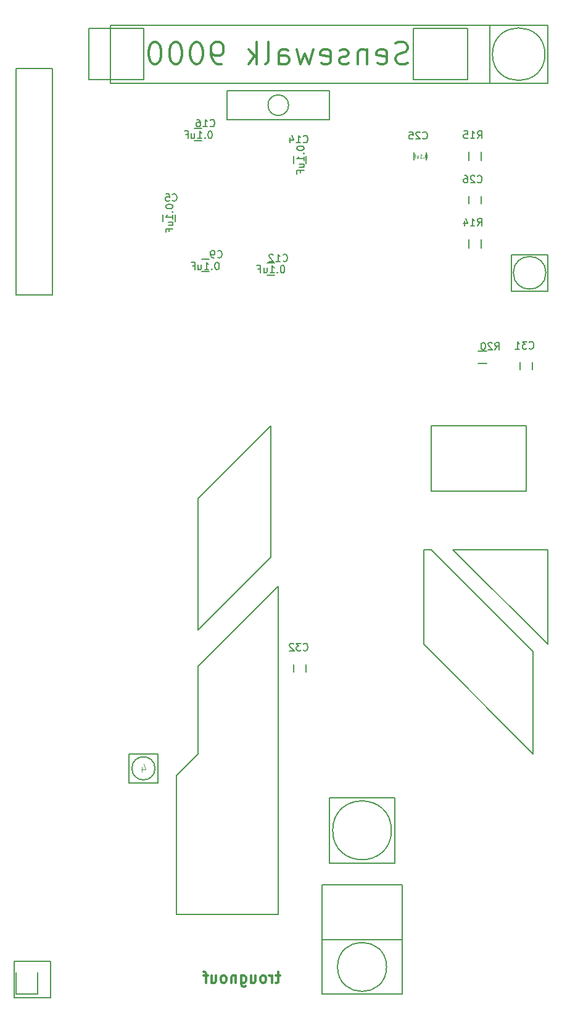
<source format=gbo>
G04 #@! TF.FileFunction,Legend,Bot*
%FSLAX46Y46*%
G04 Gerber Fmt 4.6, Leading zero omitted, Abs format (unit mm)*
G04 Created by KiCad (PCBNEW 4.0.2-stable) date Sat 27 Feb 2016 06:16:26 AM EST*
%MOMM*%
G01*
G04 APERTURE LIST*
%ADD10C,0.100000*%
%ADD11C,0.200000*%
%ADD12C,0.125000*%
%ADD13C,0.187500*%
%ADD14C,0.300000*%
%ADD15C,0.375000*%
%ADD16C,0.150000*%
G04 APERTURE END LIST*
D10*
D11*
X37750000Y-174500000D02*
X37750000Y-169500000D01*
X42750000Y-174500000D02*
X37750000Y-174500000D01*
X42750000Y-169500000D02*
X42750000Y-174500000D01*
X37750000Y-169500000D02*
X42750000Y-169500000D01*
D12*
X55309523Y-142785714D02*
X55309523Y-143452381D01*
X55547619Y-142404762D02*
X55785714Y-143119048D01*
X55166666Y-143119048D01*
D11*
X53500000Y-145000000D02*
X57500000Y-145000000D01*
X53500000Y-141000000D02*
X53500000Y-145000000D01*
X57500000Y-141000000D02*
X53500000Y-141000000D01*
X57500000Y-145000000D02*
X57500000Y-141000000D01*
X38000000Y-174000000D02*
X38000000Y-171000000D01*
X41000000Y-174000000D02*
X38000000Y-174000000D01*
X41000000Y-171000000D02*
X41000000Y-174000000D01*
X103000000Y-49000000D02*
X103000000Y-41000000D01*
X106000000Y-77500000D02*
X106000000Y-72500000D01*
X111000000Y-77500000D02*
X106000000Y-77500000D01*
X111000000Y-72500000D02*
X111000000Y-77500000D01*
X106000000Y-72500000D02*
X111000000Y-72500000D01*
X89531129Y-151500000D02*
G75*
G03X89531129Y-151500000I-4031129J0D01*
G01*
X75414214Y-52000000D02*
G75*
G03X75414214Y-52000000I-1414214J0D01*
G01*
X67000000Y-54000000D02*
X67000000Y-50000000D01*
X81000000Y-54000000D02*
X67000000Y-54000000D01*
X81000000Y-50000000D02*
X81000000Y-54000000D01*
X67000000Y-50000000D02*
X81000000Y-50000000D01*
X90000000Y-156000000D02*
X88000000Y-156000000D01*
X90000000Y-147000000D02*
X90000000Y-156000000D01*
X88000000Y-147000000D02*
X90000000Y-147000000D01*
X81000000Y-156000000D02*
X83000000Y-156000000D01*
X81000000Y-154000000D02*
X81000000Y-156000000D01*
X81000000Y-154000000D02*
X81000000Y-147000000D01*
X88000000Y-156000000D02*
X83000000Y-156000000D01*
X81000000Y-147000000D02*
X88000000Y-147000000D01*
X57081139Y-143000000D02*
G75*
G03X57081139Y-143000000I-1581139J0D01*
G01*
X60000000Y-144000000D02*
X60000000Y-144900000D01*
X63000000Y-141000000D02*
X60000000Y-144000000D01*
X60000000Y-146400000D02*
X60000000Y-144900000D01*
X60000000Y-158100000D02*
X60000000Y-146400000D01*
D12*
X94321427Y-58726190D02*
X94273808Y-58726190D01*
X94226189Y-58750000D01*
X94202380Y-58773810D01*
X94178570Y-58821429D01*
X94154761Y-58916667D01*
X94154761Y-59035714D01*
X94178570Y-59130952D01*
X94202380Y-59178571D01*
X94226189Y-59202381D01*
X94273808Y-59226190D01*
X94321427Y-59226190D01*
X94369046Y-59202381D01*
X94392856Y-59178571D01*
X94416665Y-59130952D01*
X94440475Y-59035714D01*
X94440475Y-58916667D01*
X94416665Y-58821429D01*
X94392856Y-58773810D01*
X94369046Y-58750000D01*
X94321427Y-58726190D01*
X93940475Y-59178571D02*
X93916666Y-59202381D01*
X93940475Y-59226190D01*
X93964285Y-59202381D01*
X93940475Y-59178571D01*
X93940475Y-59226190D01*
X93440476Y-59226190D02*
X93726190Y-59226190D01*
X93583333Y-59226190D02*
X93583333Y-58726190D01*
X93630952Y-58797619D01*
X93678571Y-58845238D01*
X93726190Y-58869048D01*
X93011905Y-58892857D02*
X93011905Y-59226190D01*
X93226190Y-58892857D02*
X93226190Y-59154762D01*
X93202381Y-59202381D01*
X93154762Y-59226190D01*
X93083333Y-59226190D01*
X93035714Y-59202381D01*
X93011905Y-59178571D01*
X92607143Y-58964286D02*
X92773809Y-58964286D01*
X92773809Y-59226190D02*
X92773809Y-58726190D01*
X92535714Y-58726190D01*
D13*
X76552381Y-57857143D02*
X76552381Y-57952382D01*
X76600000Y-58047620D01*
X76647619Y-58095239D01*
X76742857Y-58142858D01*
X76933333Y-58190477D01*
X77171429Y-58190477D01*
X77361905Y-58142858D01*
X77457143Y-58095239D01*
X77504762Y-58047620D01*
X77552381Y-57952382D01*
X77552381Y-57857143D01*
X77504762Y-57761905D01*
X77457143Y-57714286D01*
X77361905Y-57666667D01*
X77171429Y-57619048D01*
X76933333Y-57619048D01*
X76742857Y-57666667D01*
X76647619Y-57714286D01*
X76600000Y-57761905D01*
X76552381Y-57857143D01*
X77457143Y-58619048D02*
X77504762Y-58666667D01*
X77552381Y-58619048D01*
X77504762Y-58571429D01*
X77457143Y-58619048D01*
X77552381Y-58619048D01*
X77552381Y-59619048D02*
X77552381Y-59047619D01*
X77552381Y-59333333D02*
X76552381Y-59333333D01*
X76695238Y-59238095D01*
X76790476Y-59142857D01*
X76838095Y-59047619D01*
X76885714Y-60476191D02*
X77552381Y-60476191D01*
X76885714Y-60047619D02*
X77409524Y-60047619D01*
X77504762Y-60095238D01*
X77552381Y-60190476D01*
X77552381Y-60333334D01*
X77504762Y-60428572D01*
X77457143Y-60476191D01*
X77028571Y-61285715D02*
X77028571Y-60952381D01*
X77552381Y-60952381D02*
X76552381Y-60952381D01*
X76552381Y-61428572D01*
X74642857Y-74002381D02*
X74547618Y-74002381D01*
X74452380Y-74050000D01*
X74404761Y-74097619D01*
X74357142Y-74192857D01*
X74309523Y-74383333D01*
X74309523Y-74621429D01*
X74357142Y-74811905D01*
X74404761Y-74907143D01*
X74452380Y-74954762D01*
X74547618Y-75002381D01*
X74642857Y-75002381D01*
X74738095Y-74954762D01*
X74785714Y-74907143D01*
X74833333Y-74811905D01*
X74880952Y-74621429D01*
X74880952Y-74383333D01*
X74833333Y-74192857D01*
X74785714Y-74097619D01*
X74738095Y-74050000D01*
X74642857Y-74002381D01*
X73880952Y-74907143D02*
X73833333Y-74954762D01*
X73880952Y-75002381D01*
X73928571Y-74954762D01*
X73880952Y-74907143D01*
X73880952Y-75002381D01*
X72880952Y-75002381D02*
X73452381Y-75002381D01*
X73166667Y-75002381D02*
X73166667Y-74002381D01*
X73261905Y-74145238D01*
X73357143Y-74240476D01*
X73452381Y-74288095D01*
X72023809Y-74335714D02*
X72023809Y-75002381D01*
X72452381Y-74335714D02*
X72452381Y-74859524D01*
X72404762Y-74954762D01*
X72309524Y-75002381D01*
X72166666Y-75002381D01*
X72071428Y-74954762D01*
X72023809Y-74907143D01*
X71214285Y-74478571D02*
X71547619Y-74478571D01*
X71547619Y-75002381D02*
X71547619Y-74002381D01*
X71071428Y-74002381D01*
X65642857Y-73552381D02*
X65547618Y-73552381D01*
X65452380Y-73600000D01*
X65404761Y-73647619D01*
X65357142Y-73742857D01*
X65309523Y-73933333D01*
X65309523Y-74171429D01*
X65357142Y-74361905D01*
X65404761Y-74457143D01*
X65452380Y-74504762D01*
X65547618Y-74552381D01*
X65642857Y-74552381D01*
X65738095Y-74504762D01*
X65785714Y-74457143D01*
X65833333Y-74361905D01*
X65880952Y-74171429D01*
X65880952Y-73933333D01*
X65833333Y-73742857D01*
X65785714Y-73647619D01*
X65738095Y-73600000D01*
X65642857Y-73552381D01*
X64880952Y-74457143D02*
X64833333Y-74504762D01*
X64880952Y-74552381D01*
X64928571Y-74504762D01*
X64880952Y-74457143D01*
X64880952Y-74552381D01*
X63880952Y-74552381D02*
X64452381Y-74552381D01*
X64166667Y-74552381D02*
X64166667Y-73552381D01*
X64261905Y-73695238D01*
X64357143Y-73790476D01*
X64452381Y-73838095D01*
X63023809Y-73885714D02*
X63023809Y-74552381D01*
X63452381Y-73885714D02*
X63452381Y-74409524D01*
X63404762Y-74504762D01*
X63309524Y-74552381D01*
X63166666Y-74552381D01*
X63071428Y-74504762D01*
X63023809Y-74457143D01*
X62214285Y-74028571D02*
X62547619Y-74028571D01*
X62547619Y-74552381D02*
X62547619Y-73552381D01*
X62071428Y-73552381D01*
X58552381Y-65857143D02*
X58552381Y-65952382D01*
X58600000Y-66047620D01*
X58647619Y-66095239D01*
X58742857Y-66142858D01*
X58933333Y-66190477D01*
X59171429Y-66190477D01*
X59361905Y-66142858D01*
X59457143Y-66095239D01*
X59504762Y-66047620D01*
X59552381Y-65952382D01*
X59552381Y-65857143D01*
X59504762Y-65761905D01*
X59457143Y-65714286D01*
X59361905Y-65666667D01*
X59171429Y-65619048D01*
X58933333Y-65619048D01*
X58742857Y-65666667D01*
X58647619Y-65714286D01*
X58600000Y-65761905D01*
X58552381Y-65857143D01*
X59457143Y-66619048D02*
X59504762Y-66666667D01*
X59552381Y-66619048D01*
X59504762Y-66571429D01*
X59457143Y-66619048D01*
X59552381Y-66619048D01*
X59552381Y-67619048D02*
X59552381Y-67047619D01*
X59552381Y-67333333D02*
X58552381Y-67333333D01*
X58695238Y-67238095D01*
X58790476Y-67142857D01*
X58838095Y-67047619D01*
X58885714Y-68476191D02*
X59552381Y-68476191D01*
X58885714Y-68047619D02*
X59409524Y-68047619D01*
X59504762Y-68095238D01*
X59552381Y-68190476D01*
X59552381Y-68333334D01*
X59504762Y-68428572D01*
X59457143Y-68476191D01*
X59028571Y-69285715D02*
X59028571Y-68952381D01*
X59552381Y-68952381D02*
X58552381Y-68952381D01*
X58552381Y-69428572D01*
X64692857Y-55552381D02*
X64597618Y-55552381D01*
X64502380Y-55600000D01*
X64454761Y-55647619D01*
X64407142Y-55742857D01*
X64359523Y-55933333D01*
X64359523Y-56171429D01*
X64407142Y-56361905D01*
X64454761Y-56457143D01*
X64502380Y-56504762D01*
X64597618Y-56552381D01*
X64692857Y-56552381D01*
X64788095Y-56504762D01*
X64835714Y-56457143D01*
X64883333Y-56361905D01*
X64930952Y-56171429D01*
X64930952Y-55933333D01*
X64883333Y-55742857D01*
X64835714Y-55647619D01*
X64788095Y-55600000D01*
X64692857Y-55552381D01*
X63930952Y-56457143D02*
X63883333Y-56504762D01*
X63930952Y-56552381D01*
X63978571Y-56504762D01*
X63930952Y-56457143D01*
X63930952Y-56552381D01*
X62930952Y-56552381D02*
X63502381Y-56552381D01*
X63216667Y-56552381D02*
X63216667Y-55552381D01*
X63311905Y-55695238D01*
X63407143Y-55790476D01*
X63502381Y-55838095D01*
X62073809Y-55885714D02*
X62073809Y-56552381D01*
X62502381Y-55885714D02*
X62502381Y-56409524D01*
X62454762Y-56504762D01*
X62359524Y-56552381D01*
X62216666Y-56552381D01*
X62121428Y-56504762D01*
X62073809Y-56457143D01*
X61264285Y-56028571D02*
X61597619Y-56028571D01*
X61597619Y-56552381D02*
X61597619Y-55552381D01*
X61121428Y-55552381D01*
D14*
X74250000Y-171428571D02*
X73678571Y-171428571D01*
X74035714Y-170928571D02*
X74035714Y-172214286D01*
X73964286Y-172357143D01*
X73821428Y-172428571D01*
X73678571Y-172428571D01*
X73178571Y-172428571D02*
X73178571Y-171428571D01*
X73178571Y-171714286D02*
X73107143Y-171571429D01*
X73035714Y-171500000D01*
X72892857Y-171428571D01*
X72750000Y-171428571D01*
X72035714Y-172428571D02*
X72178572Y-172357143D01*
X72250000Y-172285714D01*
X72321429Y-172142857D01*
X72321429Y-171714286D01*
X72250000Y-171571429D01*
X72178572Y-171500000D01*
X72035714Y-171428571D01*
X71821429Y-171428571D01*
X71678572Y-171500000D01*
X71607143Y-171571429D01*
X71535714Y-171714286D01*
X71535714Y-172142857D01*
X71607143Y-172285714D01*
X71678572Y-172357143D01*
X71821429Y-172428571D01*
X72035714Y-172428571D01*
X70250000Y-171428571D02*
X70250000Y-172428571D01*
X70892857Y-171428571D02*
X70892857Y-172214286D01*
X70821429Y-172357143D01*
X70678571Y-172428571D01*
X70464286Y-172428571D01*
X70321429Y-172357143D01*
X70250000Y-172285714D01*
X68892857Y-171428571D02*
X68892857Y-172642857D01*
X68964286Y-172785714D01*
X69035714Y-172857143D01*
X69178571Y-172928571D01*
X69392857Y-172928571D01*
X69535714Y-172857143D01*
X68892857Y-172357143D02*
X69035714Y-172428571D01*
X69321428Y-172428571D01*
X69464286Y-172357143D01*
X69535714Y-172285714D01*
X69607143Y-172142857D01*
X69607143Y-171714286D01*
X69535714Y-171571429D01*
X69464286Y-171500000D01*
X69321428Y-171428571D01*
X69035714Y-171428571D01*
X68892857Y-171500000D01*
X68178571Y-171428571D02*
X68178571Y-172428571D01*
X68178571Y-171571429D02*
X68107143Y-171500000D01*
X67964285Y-171428571D01*
X67750000Y-171428571D01*
X67607143Y-171500000D01*
X67535714Y-171642857D01*
X67535714Y-172428571D01*
X66607142Y-172428571D02*
X66750000Y-172357143D01*
X66821428Y-172285714D01*
X66892857Y-172142857D01*
X66892857Y-171714286D01*
X66821428Y-171571429D01*
X66750000Y-171500000D01*
X66607142Y-171428571D01*
X66392857Y-171428571D01*
X66250000Y-171500000D01*
X66178571Y-171571429D01*
X66107142Y-171714286D01*
X66107142Y-172142857D01*
X66178571Y-172285714D01*
X66250000Y-172357143D01*
X66392857Y-172428571D01*
X66607142Y-172428571D01*
X64821428Y-171428571D02*
X64821428Y-172428571D01*
X65464285Y-171428571D02*
X65464285Y-172214286D01*
X65392857Y-172357143D01*
X65249999Y-172428571D01*
X65035714Y-172428571D01*
X64892857Y-172357143D01*
X64821428Y-172285714D01*
X64321428Y-171428571D02*
X63749999Y-171428571D01*
X64107142Y-172428571D02*
X64107142Y-171142857D01*
X64035714Y-171000000D01*
X63892856Y-170928571D01*
X63749999Y-170928571D01*
D11*
X88863406Y-170250000D02*
G75*
G03X88863406Y-170250000I-3363406J0D01*
G01*
X91000000Y-166500000D02*
X80000000Y-166500000D01*
X63000000Y-131000000D02*
X63000000Y-130000000D01*
X63000000Y-129000000D02*
X63000000Y-131000000D01*
X74000000Y-118000000D02*
X63000000Y-129000000D01*
X74000000Y-130000000D02*
X74000000Y-118000000D01*
X60000000Y-163000000D02*
X63000000Y-163000000D01*
X60000000Y-158000000D02*
X60000000Y-163000000D01*
X63000000Y-130000000D02*
X63000000Y-141000000D01*
D15*
X91785714Y-46214286D02*
X91357143Y-46357143D01*
X90642857Y-46357143D01*
X90357143Y-46214286D01*
X90214286Y-46071429D01*
X90071429Y-45785714D01*
X90071429Y-45500000D01*
X90214286Y-45214286D01*
X90357143Y-45071429D01*
X90642857Y-44928571D01*
X91214286Y-44785714D01*
X91500000Y-44642857D01*
X91642857Y-44500000D01*
X91785714Y-44214286D01*
X91785714Y-43928571D01*
X91642857Y-43642857D01*
X91500000Y-43500000D01*
X91214286Y-43357143D01*
X90500000Y-43357143D01*
X90071429Y-43500000D01*
X87642857Y-46214286D02*
X87928571Y-46357143D01*
X88500000Y-46357143D01*
X88785714Y-46214286D01*
X88928571Y-45928571D01*
X88928571Y-44785714D01*
X88785714Y-44500000D01*
X88500000Y-44357143D01*
X87928571Y-44357143D01*
X87642857Y-44500000D01*
X87500000Y-44785714D01*
X87500000Y-45071429D01*
X88928571Y-45357143D01*
X86214285Y-44357143D02*
X86214285Y-46357143D01*
X86214285Y-44642857D02*
X86071428Y-44500000D01*
X85785714Y-44357143D01*
X85357142Y-44357143D01*
X85071428Y-44500000D01*
X84928571Y-44785714D01*
X84928571Y-46357143D01*
X83642856Y-46214286D02*
X83357142Y-46357143D01*
X82785714Y-46357143D01*
X82499999Y-46214286D01*
X82357142Y-45928571D01*
X82357142Y-45785714D01*
X82499999Y-45500000D01*
X82785714Y-45357143D01*
X83214285Y-45357143D01*
X83499999Y-45214286D01*
X83642856Y-44928571D01*
X83642856Y-44785714D01*
X83499999Y-44500000D01*
X83214285Y-44357143D01*
X82785714Y-44357143D01*
X82499999Y-44500000D01*
X79928571Y-46214286D02*
X80214285Y-46357143D01*
X80785714Y-46357143D01*
X81071428Y-46214286D01*
X81214285Y-45928571D01*
X81214285Y-44785714D01*
X81071428Y-44500000D01*
X80785714Y-44357143D01*
X80214285Y-44357143D01*
X79928571Y-44500000D01*
X79785714Y-44785714D01*
X79785714Y-45071429D01*
X81214285Y-45357143D01*
X78785714Y-44357143D02*
X78214285Y-46357143D01*
X77642856Y-44928571D01*
X77071428Y-46357143D01*
X76499999Y-44357143D01*
X74071428Y-46357143D02*
X74071428Y-44785714D01*
X74214285Y-44500000D01*
X74499999Y-44357143D01*
X75071428Y-44357143D01*
X75357142Y-44500000D01*
X74071428Y-46214286D02*
X74357142Y-46357143D01*
X75071428Y-46357143D01*
X75357142Y-46214286D01*
X75499999Y-45928571D01*
X75499999Y-45642857D01*
X75357142Y-45357143D01*
X75071428Y-45214286D01*
X74357142Y-45214286D01*
X74071428Y-45071429D01*
X72214285Y-46357143D02*
X72499999Y-46214286D01*
X72642856Y-45928571D01*
X72642856Y-43357143D01*
X71071427Y-46357143D02*
X71071427Y-43357143D01*
X70785713Y-45214286D02*
X69928570Y-46357143D01*
X69928570Y-44357143D02*
X71071427Y-45500000D01*
X66214285Y-46357143D02*
X65642857Y-46357143D01*
X65357142Y-46214286D01*
X65214285Y-46071429D01*
X64928571Y-45642857D01*
X64785714Y-45071429D01*
X64785714Y-43928571D01*
X64928571Y-43642857D01*
X65071428Y-43500000D01*
X65357142Y-43357143D01*
X65928571Y-43357143D01*
X66214285Y-43500000D01*
X66357142Y-43642857D01*
X66499999Y-43928571D01*
X66499999Y-44642857D01*
X66357142Y-44928571D01*
X66214285Y-45071429D01*
X65928571Y-45214286D01*
X65357142Y-45214286D01*
X65071428Y-45071429D01*
X64928571Y-44928571D01*
X64785714Y-44642857D01*
X62928571Y-43357143D02*
X62642856Y-43357143D01*
X62357142Y-43500000D01*
X62214285Y-43642857D01*
X62071428Y-43928571D01*
X61928571Y-44500000D01*
X61928571Y-45214286D01*
X62071428Y-45785714D01*
X62214285Y-46071429D01*
X62357142Y-46214286D01*
X62642856Y-46357143D01*
X62928571Y-46357143D01*
X63214285Y-46214286D01*
X63357142Y-46071429D01*
X63499999Y-45785714D01*
X63642856Y-45214286D01*
X63642856Y-44500000D01*
X63499999Y-43928571D01*
X63357142Y-43642857D01*
X63214285Y-43500000D01*
X62928571Y-43357143D01*
X60071428Y-43357143D02*
X59785713Y-43357143D01*
X59499999Y-43500000D01*
X59357142Y-43642857D01*
X59214285Y-43928571D01*
X59071428Y-44500000D01*
X59071428Y-45214286D01*
X59214285Y-45785714D01*
X59357142Y-46071429D01*
X59499999Y-46214286D01*
X59785713Y-46357143D01*
X60071428Y-46357143D01*
X60357142Y-46214286D01*
X60499999Y-46071429D01*
X60642856Y-45785714D01*
X60785713Y-45214286D01*
X60785713Y-44500000D01*
X60642856Y-43928571D01*
X60499999Y-43642857D01*
X60357142Y-43500000D01*
X60071428Y-43357143D01*
X57214285Y-43357143D02*
X56928570Y-43357143D01*
X56642856Y-43500000D01*
X56499999Y-43642857D01*
X56357142Y-43928571D01*
X56214285Y-44500000D01*
X56214285Y-45214286D01*
X56357142Y-45785714D01*
X56499999Y-46071429D01*
X56642856Y-46214286D01*
X56928570Y-46357143D01*
X57214285Y-46357143D01*
X57499999Y-46214286D01*
X57642856Y-46071429D01*
X57785713Y-45785714D01*
X57928570Y-45214286D01*
X57928570Y-44500000D01*
X57785713Y-43928571D01*
X57642856Y-43642857D01*
X57499999Y-43500000D01*
X57214285Y-43357143D01*
D11*
X110736068Y-75000000D02*
G75*
G03X110736068Y-75000000I-2236068J0D01*
G01*
X110605551Y-45000000D02*
G75*
G03X110605551Y-45000000I-3605551J0D01*
G01*
X111000000Y-126000000D02*
X98000000Y-113000000D01*
X111000000Y-113000000D02*
X111000000Y-126000000D01*
X98000000Y-113000000D02*
X111000000Y-113000000D01*
X94000000Y-113000000D02*
X94000000Y-124000000D01*
X95000000Y-113000000D02*
X94000000Y-113000000D01*
X106000000Y-124000000D02*
X95000000Y-113000000D01*
X91000000Y-159000000D02*
X80000000Y-159000000D01*
X91000000Y-174000000D02*
X91000000Y-159000000D01*
X80000000Y-174000000D02*
X91000000Y-174000000D01*
X80000000Y-159000000D02*
X80000000Y-174000000D01*
X43000000Y-47000000D02*
X38000000Y-47000000D01*
X43000000Y-78000000D02*
X43000000Y-47000000D01*
X38000000Y-78000000D02*
X43000000Y-78000000D01*
X38000000Y-47000000D02*
X38000000Y-78000000D01*
X95000000Y-105000000D02*
X95000000Y-96000000D01*
X108000000Y-105000000D02*
X95000000Y-105000000D01*
X108000000Y-96000000D02*
X108000000Y-105000000D01*
X95000000Y-96000000D02*
X108000000Y-96000000D01*
X111000000Y-49000000D02*
X51000000Y-49000000D01*
X111000000Y-41000000D02*
X111000000Y-49000000D01*
X51000000Y-41000000D02*
X111000000Y-41000000D01*
X51000000Y-49000000D02*
X51000000Y-41000000D01*
X63000000Y-106000000D02*
X63000000Y-124000000D01*
X73000000Y-96000000D02*
X63000000Y-106000000D01*
X73000000Y-114000000D02*
X73000000Y-96000000D01*
X63000000Y-124000000D02*
X73000000Y-114000000D01*
X94000000Y-126000000D02*
X94000000Y-124000000D01*
X109000000Y-141000000D02*
X94000000Y-126000000D01*
X109000000Y-127000000D02*
X109000000Y-141000000D01*
X106000000Y-124000000D02*
X109000000Y-127000000D01*
X74000000Y-163000000D02*
X63000000Y-163000000D01*
X74000000Y-130000000D02*
X74000000Y-163000000D01*
X92500000Y-48500000D02*
X92500000Y-41500000D01*
X100000000Y-48500000D02*
X92500000Y-48500000D01*
X100000000Y-41500000D02*
X100000000Y-48500000D01*
X92500000Y-41500000D02*
X100000000Y-41500000D01*
X48000000Y-48500000D02*
X48000000Y-41500000D01*
X55500000Y-48500000D02*
X48000000Y-48500000D01*
X55500000Y-41500000D02*
X55500000Y-48500000D01*
X48000000Y-41500000D02*
X55500000Y-41500000D01*
D16*
X94350000Y-58500000D02*
X94350000Y-59500000D01*
X92650000Y-59500000D02*
X92650000Y-58500000D01*
X100150000Y-65500000D02*
X100150000Y-64500000D01*
X101850000Y-64500000D02*
X101850000Y-65500000D01*
X100125000Y-70400000D02*
X100125000Y-71600000D01*
X101875000Y-71600000D02*
X101875000Y-70400000D01*
X101875000Y-59600000D02*
X101875000Y-58400000D01*
X100125000Y-58400000D02*
X100125000Y-59600000D01*
X58150000Y-68000000D02*
X58150000Y-67000000D01*
X59850000Y-67000000D02*
X59850000Y-68000000D01*
X64500000Y-74850000D02*
X63500000Y-74850000D01*
X63500000Y-73150000D02*
X64500000Y-73150000D01*
X73500000Y-75350000D02*
X72500000Y-75350000D01*
X72500000Y-73650000D02*
X73500000Y-73650000D01*
X77850000Y-59000000D02*
X77850000Y-60000000D01*
X76150000Y-60000000D02*
X76150000Y-59000000D01*
X62500000Y-55150000D02*
X63500000Y-55150000D01*
X63500000Y-56850000D02*
X62500000Y-56850000D01*
X108850000Y-87300000D02*
X108850000Y-88300000D01*
X107150000Y-88300000D02*
X107150000Y-87300000D01*
X101400000Y-87475000D02*
X102600000Y-87475000D01*
X102600000Y-85725000D02*
X101400000Y-85725000D01*
X77850000Y-128750000D02*
X77850000Y-129750000D01*
X76150000Y-129750000D02*
X76150000Y-128750000D01*
X93842857Y-56557143D02*
X93890476Y-56604762D01*
X94033333Y-56652381D01*
X94128571Y-56652381D01*
X94271429Y-56604762D01*
X94366667Y-56509524D01*
X94414286Y-56414286D01*
X94461905Y-56223810D01*
X94461905Y-56080952D01*
X94414286Y-55890476D01*
X94366667Y-55795238D01*
X94271429Y-55700000D01*
X94128571Y-55652381D01*
X94033333Y-55652381D01*
X93890476Y-55700000D01*
X93842857Y-55747619D01*
X93461905Y-55747619D02*
X93414286Y-55700000D01*
X93319048Y-55652381D01*
X93080952Y-55652381D01*
X92985714Y-55700000D01*
X92938095Y-55747619D01*
X92890476Y-55842857D01*
X92890476Y-55938095D01*
X92938095Y-56080952D01*
X93509524Y-56652381D01*
X92890476Y-56652381D01*
X91985714Y-55652381D02*
X92461905Y-55652381D01*
X92509524Y-56128571D01*
X92461905Y-56080952D01*
X92366667Y-56033333D01*
X92128571Y-56033333D01*
X92033333Y-56080952D01*
X91985714Y-56128571D01*
X91938095Y-56223810D01*
X91938095Y-56461905D01*
X91985714Y-56557143D01*
X92033333Y-56604762D01*
X92128571Y-56652381D01*
X92366667Y-56652381D01*
X92461905Y-56604762D01*
X92509524Y-56557143D01*
X101342857Y-62557143D02*
X101390476Y-62604762D01*
X101533333Y-62652381D01*
X101628571Y-62652381D01*
X101771429Y-62604762D01*
X101866667Y-62509524D01*
X101914286Y-62414286D01*
X101961905Y-62223810D01*
X101961905Y-62080952D01*
X101914286Y-61890476D01*
X101866667Y-61795238D01*
X101771429Y-61700000D01*
X101628571Y-61652381D01*
X101533333Y-61652381D01*
X101390476Y-61700000D01*
X101342857Y-61747619D01*
X100961905Y-61747619D02*
X100914286Y-61700000D01*
X100819048Y-61652381D01*
X100580952Y-61652381D01*
X100485714Y-61700000D01*
X100438095Y-61747619D01*
X100390476Y-61842857D01*
X100390476Y-61938095D01*
X100438095Y-62080952D01*
X101009524Y-62652381D01*
X100390476Y-62652381D01*
X99533333Y-61652381D02*
X99723810Y-61652381D01*
X99819048Y-61700000D01*
X99866667Y-61747619D01*
X99961905Y-61890476D01*
X100009524Y-62080952D01*
X100009524Y-62461905D01*
X99961905Y-62557143D01*
X99914286Y-62604762D01*
X99819048Y-62652381D01*
X99628571Y-62652381D01*
X99533333Y-62604762D01*
X99485714Y-62557143D01*
X99438095Y-62461905D01*
X99438095Y-62223810D01*
X99485714Y-62128571D01*
X99533333Y-62080952D01*
X99628571Y-62033333D01*
X99819048Y-62033333D01*
X99914286Y-62080952D01*
X99961905Y-62128571D01*
X100009524Y-62223810D01*
X101342857Y-68552381D02*
X101676191Y-68076190D01*
X101914286Y-68552381D02*
X101914286Y-67552381D01*
X101533333Y-67552381D01*
X101438095Y-67600000D01*
X101390476Y-67647619D01*
X101342857Y-67742857D01*
X101342857Y-67885714D01*
X101390476Y-67980952D01*
X101438095Y-68028571D01*
X101533333Y-68076190D01*
X101914286Y-68076190D01*
X100390476Y-68552381D02*
X100961905Y-68552381D01*
X100676191Y-68552381D02*
X100676191Y-67552381D01*
X100771429Y-67695238D01*
X100866667Y-67790476D01*
X100961905Y-67838095D01*
X99533333Y-67885714D02*
X99533333Y-68552381D01*
X99771429Y-67504762D02*
X100009524Y-68219048D01*
X99390476Y-68219048D01*
X101342857Y-56552381D02*
X101676191Y-56076190D01*
X101914286Y-56552381D02*
X101914286Y-55552381D01*
X101533333Y-55552381D01*
X101438095Y-55600000D01*
X101390476Y-55647619D01*
X101342857Y-55742857D01*
X101342857Y-55885714D01*
X101390476Y-55980952D01*
X101438095Y-56028571D01*
X101533333Y-56076190D01*
X101914286Y-56076190D01*
X100390476Y-56552381D02*
X100961905Y-56552381D01*
X100676191Y-56552381D02*
X100676191Y-55552381D01*
X100771429Y-55695238D01*
X100866667Y-55790476D01*
X100961905Y-55838095D01*
X99485714Y-55552381D02*
X99961905Y-55552381D01*
X100009524Y-56028571D01*
X99961905Y-55980952D01*
X99866667Y-55933333D01*
X99628571Y-55933333D01*
X99533333Y-55980952D01*
X99485714Y-56028571D01*
X99438095Y-56123810D01*
X99438095Y-56361905D01*
X99485714Y-56457143D01*
X99533333Y-56504762D01*
X99628571Y-56552381D01*
X99866667Y-56552381D01*
X99961905Y-56504762D01*
X100009524Y-56457143D01*
X59466666Y-65057143D02*
X59514285Y-65104762D01*
X59657142Y-65152381D01*
X59752380Y-65152381D01*
X59895238Y-65104762D01*
X59990476Y-65009524D01*
X60038095Y-64914286D01*
X60085714Y-64723810D01*
X60085714Y-64580952D01*
X60038095Y-64390476D01*
X59990476Y-64295238D01*
X59895238Y-64200000D01*
X59752380Y-64152381D01*
X59657142Y-64152381D01*
X59514285Y-64200000D01*
X59466666Y-64247619D01*
X58561904Y-64152381D02*
X59038095Y-64152381D01*
X59085714Y-64628571D01*
X59038095Y-64580952D01*
X58942857Y-64533333D01*
X58704761Y-64533333D01*
X58609523Y-64580952D01*
X58561904Y-64628571D01*
X58514285Y-64723810D01*
X58514285Y-64961905D01*
X58561904Y-65057143D01*
X58609523Y-65104762D01*
X58704761Y-65152381D01*
X58942857Y-65152381D01*
X59038095Y-65104762D01*
X59085714Y-65057143D01*
X65666666Y-72857143D02*
X65714285Y-72904762D01*
X65857142Y-72952381D01*
X65952380Y-72952381D01*
X66095238Y-72904762D01*
X66190476Y-72809524D01*
X66238095Y-72714286D01*
X66285714Y-72523810D01*
X66285714Y-72380952D01*
X66238095Y-72190476D01*
X66190476Y-72095238D01*
X66095238Y-72000000D01*
X65952380Y-71952381D01*
X65857142Y-71952381D01*
X65714285Y-72000000D01*
X65666666Y-72047619D01*
X65190476Y-72952381D02*
X65000000Y-72952381D01*
X64904761Y-72904762D01*
X64857142Y-72857143D01*
X64761904Y-72714286D01*
X64714285Y-72523810D01*
X64714285Y-72142857D01*
X64761904Y-72047619D01*
X64809523Y-72000000D01*
X64904761Y-71952381D01*
X65095238Y-71952381D01*
X65190476Y-72000000D01*
X65238095Y-72047619D01*
X65285714Y-72142857D01*
X65285714Y-72380952D01*
X65238095Y-72476190D01*
X65190476Y-72523810D01*
X65095238Y-72571429D01*
X64904761Y-72571429D01*
X64809523Y-72523810D01*
X64761904Y-72476190D01*
X64714285Y-72380952D01*
X74642857Y-73357143D02*
X74690476Y-73404762D01*
X74833333Y-73452381D01*
X74928571Y-73452381D01*
X75071429Y-73404762D01*
X75166667Y-73309524D01*
X75214286Y-73214286D01*
X75261905Y-73023810D01*
X75261905Y-72880952D01*
X75214286Y-72690476D01*
X75166667Y-72595238D01*
X75071429Y-72500000D01*
X74928571Y-72452381D01*
X74833333Y-72452381D01*
X74690476Y-72500000D01*
X74642857Y-72547619D01*
X73690476Y-73452381D02*
X74261905Y-73452381D01*
X73976191Y-73452381D02*
X73976191Y-72452381D01*
X74071429Y-72595238D01*
X74166667Y-72690476D01*
X74261905Y-72738095D01*
X73309524Y-72547619D02*
X73261905Y-72500000D01*
X73166667Y-72452381D01*
X72928571Y-72452381D01*
X72833333Y-72500000D01*
X72785714Y-72547619D01*
X72738095Y-72642857D01*
X72738095Y-72738095D01*
X72785714Y-72880952D01*
X73357143Y-73452381D01*
X72738095Y-73452381D01*
X77442857Y-57057143D02*
X77490476Y-57104762D01*
X77633333Y-57152381D01*
X77728571Y-57152381D01*
X77871429Y-57104762D01*
X77966667Y-57009524D01*
X78014286Y-56914286D01*
X78061905Y-56723810D01*
X78061905Y-56580952D01*
X78014286Y-56390476D01*
X77966667Y-56295238D01*
X77871429Y-56200000D01*
X77728571Y-56152381D01*
X77633333Y-56152381D01*
X77490476Y-56200000D01*
X77442857Y-56247619D01*
X76490476Y-57152381D02*
X77061905Y-57152381D01*
X76776191Y-57152381D02*
X76776191Y-56152381D01*
X76871429Y-56295238D01*
X76966667Y-56390476D01*
X77061905Y-56438095D01*
X75633333Y-56485714D02*
X75633333Y-57152381D01*
X75871429Y-56104762D02*
X76109524Y-56819048D01*
X75490476Y-56819048D01*
X64642857Y-54857143D02*
X64690476Y-54904762D01*
X64833333Y-54952381D01*
X64928571Y-54952381D01*
X65071429Y-54904762D01*
X65166667Y-54809524D01*
X65214286Y-54714286D01*
X65261905Y-54523810D01*
X65261905Y-54380952D01*
X65214286Y-54190476D01*
X65166667Y-54095238D01*
X65071429Y-54000000D01*
X64928571Y-53952381D01*
X64833333Y-53952381D01*
X64690476Y-54000000D01*
X64642857Y-54047619D01*
X63690476Y-54952381D02*
X64261905Y-54952381D01*
X63976191Y-54952381D02*
X63976191Y-53952381D01*
X64071429Y-54095238D01*
X64166667Y-54190476D01*
X64261905Y-54238095D01*
X62833333Y-53952381D02*
X63023810Y-53952381D01*
X63119048Y-54000000D01*
X63166667Y-54047619D01*
X63261905Y-54190476D01*
X63309524Y-54380952D01*
X63309524Y-54761905D01*
X63261905Y-54857143D01*
X63214286Y-54904762D01*
X63119048Y-54952381D01*
X62928571Y-54952381D01*
X62833333Y-54904762D01*
X62785714Y-54857143D01*
X62738095Y-54761905D01*
X62738095Y-54523810D01*
X62785714Y-54428571D01*
X62833333Y-54380952D01*
X62928571Y-54333333D01*
X63119048Y-54333333D01*
X63214286Y-54380952D01*
X63261905Y-54428571D01*
X63309524Y-54523810D01*
X108442857Y-85357143D02*
X108490476Y-85404762D01*
X108633333Y-85452381D01*
X108728571Y-85452381D01*
X108871429Y-85404762D01*
X108966667Y-85309524D01*
X109014286Y-85214286D01*
X109061905Y-85023810D01*
X109061905Y-84880952D01*
X109014286Y-84690476D01*
X108966667Y-84595238D01*
X108871429Y-84500000D01*
X108728571Y-84452381D01*
X108633333Y-84452381D01*
X108490476Y-84500000D01*
X108442857Y-84547619D01*
X108109524Y-84452381D02*
X107490476Y-84452381D01*
X107823810Y-84833333D01*
X107680952Y-84833333D01*
X107585714Y-84880952D01*
X107538095Y-84928571D01*
X107490476Y-85023810D01*
X107490476Y-85261905D01*
X107538095Y-85357143D01*
X107585714Y-85404762D01*
X107680952Y-85452381D01*
X107966667Y-85452381D01*
X108061905Y-85404762D01*
X108109524Y-85357143D01*
X106538095Y-85452381D02*
X107109524Y-85452381D01*
X106823810Y-85452381D02*
X106823810Y-84452381D01*
X106919048Y-84595238D01*
X107014286Y-84690476D01*
X107109524Y-84738095D01*
X103742857Y-85552381D02*
X104076191Y-85076190D01*
X104314286Y-85552381D02*
X104314286Y-84552381D01*
X103933333Y-84552381D01*
X103838095Y-84600000D01*
X103790476Y-84647619D01*
X103742857Y-84742857D01*
X103742857Y-84885714D01*
X103790476Y-84980952D01*
X103838095Y-85028571D01*
X103933333Y-85076190D01*
X104314286Y-85076190D01*
X103361905Y-84647619D02*
X103314286Y-84600000D01*
X103219048Y-84552381D01*
X102980952Y-84552381D01*
X102885714Y-84600000D01*
X102838095Y-84647619D01*
X102790476Y-84742857D01*
X102790476Y-84838095D01*
X102838095Y-84980952D01*
X103409524Y-85552381D01*
X102790476Y-85552381D01*
X102171429Y-84552381D02*
X102076190Y-84552381D01*
X101980952Y-84600000D01*
X101933333Y-84647619D01*
X101885714Y-84742857D01*
X101838095Y-84933333D01*
X101838095Y-85171429D01*
X101885714Y-85361905D01*
X101933333Y-85457143D01*
X101980952Y-85504762D01*
X102076190Y-85552381D01*
X102171429Y-85552381D01*
X102266667Y-85504762D01*
X102314286Y-85457143D01*
X102361905Y-85361905D01*
X102409524Y-85171429D01*
X102409524Y-84933333D01*
X102361905Y-84742857D01*
X102314286Y-84647619D01*
X102266667Y-84600000D01*
X102171429Y-84552381D01*
X77442857Y-126757143D02*
X77490476Y-126804762D01*
X77633333Y-126852381D01*
X77728571Y-126852381D01*
X77871429Y-126804762D01*
X77966667Y-126709524D01*
X78014286Y-126614286D01*
X78061905Y-126423810D01*
X78061905Y-126280952D01*
X78014286Y-126090476D01*
X77966667Y-125995238D01*
X77871429Y-125900000D01*
X77728571Y-125852381D01*
X77633333Y-125852381D01*
X77490476Y-125900000D01*
X77442857Y-125947619D01*
X77109524Y-125852381D02*
X76490476Y-125852381D01*
X76823810Y-126233333D01*
X76680952Y-126233333D01*
X76585714Y-126280952D01*
X76538095Y-126328571D01*
X76490476Y-126423810D01*
X76490476Y-126661905D01*
X76538095Y-126757143D01*
X76585714Y-126804762D01*
X76680952Y-126852381D01*
X76966667Y-126852381D01*
X77061905Y-126804762D01*
X77109524Y-126757143D01*
X76109524Y-125947619D02*
X76061905Y-125900000D01*
X75966667Y-125852381D01*
X75728571Y-125852381D01*
X75633333Y-125900000D01*
X75585714Y-125947619D01*
X75538095Y-126042857D01*
X75538095Y-126138095D01*
X75585714Y-126280952D01*
X76157143Y-126852381D01*
X75538095Y-126852381D01*
M02*

</source>
